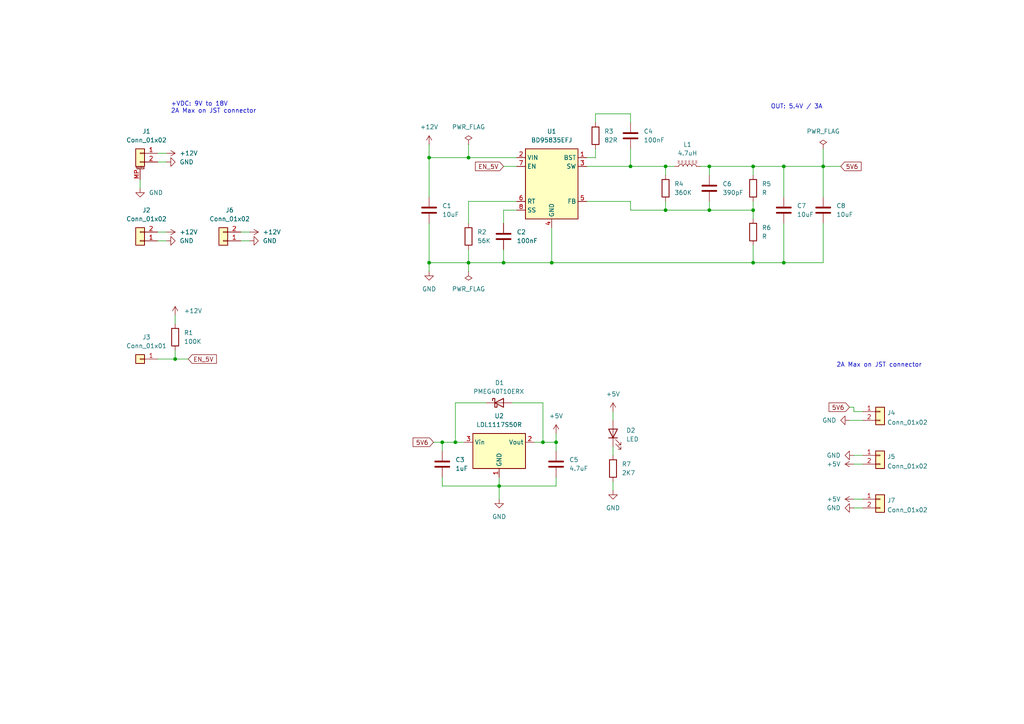
<source format=kicad_sch>
(kicad_sch (version 20211123) (generator eeschema)
  (paper "A4")
  (title_block (title "mod_buck_bd95835") (date "2021-12-07") (rev "v1.0") (company "Antoine163"))
  (lib_symbols
    (symbol "AM163:BD95835EFJ"
      (property "Reference" "U" (at 0 13.97 0))
      (property "Value" "BD95835EFJ" (at 0 11.43 0))
      (symbol "BD95835EFJ_0_1"
        (rectangle (start 7.62 10.16) (end -7.62 -10.16) (stroke (width 0.254)) (fill (type background)))
      )
      (symbol "BD95835EFJ_1_1"
        (pin input line (at 10.16 7.62 180) (length 2.54) (name "BST") (number "1"))
        (pin power_in line (at -10.16 7.62 0) (length 2.54) (name "VIN") (number "2"))
        (pin output line (at 10.16 5.08 180) (length 2.54) (name "SW") (number "3"))
        (pin power_in line (at 0 -12.7 90) (length 2.54) (name "GND") (number "4"))
        (pin input line (at 10.16 -5.08 180) (length 2.54) (name "FB") (number "5"))
        (pin input line (at -10.16 -5.08 0) (length 2.54) (name "RT") (number "6"))
        (pin input line (at -10.16 5.08 0) (length 2.54) (name "EN") (number "7"))
        (pin input line (at -10.16 -7.62 0) (length 2.54) (name "SS") (number "8"))
        (pin power_in line (at 0 -12.7 90) (length 2.54) hide (name "GND") (number "9"))
      )
    )
    (symbol "AM163:LDL1117S50R"
      (property "Reference" "U" (at -7.62 6.35 0))
      (property "Value" "LDL1117S50R" (at -3.81 6.35 0))
      (symbol "LDL1117S50R_0_1"
        (rectangle (start -7.62 5.08) (end 7.62 -5.08) (stroke (width 0.254)) (fill (type background)))
      )
      (symbol "LDL1117S50R_1_1"
        (pin power_in line (at 0 -7.62 90) (length 2.54) (name "GND") (number "1"))
        (pin power_out line (at 10.16 2.54 180) (length 2.54) (name "Vout") (number "2"))
        (pin power_in line (at -10.16 2.54 0) (length 2.54) (name "Vin") (number "3"))
      )
    )
    (symbol "Connector_Generic:Conn_01x01" (pin_names (offset 1.016) hide)
      (property "Reference" "J" (at 0 2.54 0))
      (property "Value" "Conn_01x01" (at 0 -2.54 0))
      (symbol "Conn_01x01_1_1"
        (rectangle (start -1.27 0.127) (end 0 -0.127) (stroke (width 0.1524)))
        (rectangle (start -1.27 1.27) (end 1.27 -1.27) (stroke (width 0.254)) (fill (type background)))
        (pin passive line (at -5.08 0 0) (length 3.81) (name "Pin_1") (number "1"))
      )
    )
    (symbol "Connector_Generic:Conn_01x02" (pin_names (offset 1.016) hide)
      (property "Reference" "J" (at 0 2.54 0))
      (property "Value" "Conn_01x02" (at 0 -5.08 0))
      (symbol "Conn_01x02_1_1"
        (rectangle (start -1.27 -2.413) (end 0 -2.667) (stroke (width 0.1524)))
        (rectangle (start -1.27 0.127) (end 0 -0.127) (stroke (width 0.1524)))
        (rectangle (start -1.27 1.27) (end 1.27 -3.81) (stroke (width 0.254)) (fill (type background)))
        (pin passive line (at -5.08 0 0) (length 3.81) (name "Pin_1") (number "1"))
        (pin passive line (at -5.08 -2.54 0) (length 3.81) (name "Pin_2") (number "2"))
      )
    )
    (symbol "Connector_Generic_MountingPin:Conn_01x02_MountingPin" (pin_names (offset 1.016) hide)
      (property "Reference" "J" (at 0 2.54 0))
      (property "Value" "Conn_01x02_MountingPin" (at 1.27 -5.08 0))
      (symbol "Conn_01x02_MountingPin_1_1"
        (rectangle (start -1.27 -2.413) (end 0 -2.667) (stroke (width 0.1524)))
        (rectangle (start -1.27 0.127) (end 0 -0.127) (stroke (width 0.1524)))
        (rectangle (start -1.27 1.27) (end 1.27 -3.81) (stroke (width 0.254)) (fill (type background)))
        (polyline (pts (xy -1.016 -4.572) (xy 1.016 -4.572)) (stroke (width 0.1524)))
        (text "Mounting" (at 0 -4.191 0) (effects (font (size 0.381 0.381))))
        (pin passive line (at -5.08 0 0) (length 3.81) (name "Pin_1") (number "1"))
        (pin passive line (at -5.08 -2.54 0) (length 3.81) (name "Pin_2") (number "2"))
        (pin passive line (at 0 -7.62 90) (length 3.048) (name "MountPin") (number "MP"))
      )
    )
    (symbol "Device:C" (pin_numbers hide) (pin_names (offset 0.254))
      (property "Reference" "C" (at 0.635 2.54 0))
      (property "Value" "C" (at 0.635 -2.54 0))
      (symbol "C_0_1"
        (polyline (pts (xy -2.032 -0.762) (xy 2.032 -0.762)) (stroke (width 0.508)))
        (polyline (pts (xy -2.032 0.762) (xy 2.032 0.762)) (stroke (width 0.508)))
      )
      (symbol "C_1_1"
        (pin passive line (at 0 3.81 270) (length 2.794) (name "~") (number "1"))
        (pin passive line (at 0 -3.81 90) (length 2.794) (name "~") (number "2"))
      )
    )
    (symbol "Device:D_Schottky" (pin_numbers hide) (pin_names (offset 1.016) hide)
      (property "Reference" "D" (at 0 2.54 0))
      (property "Value" "D_Schottky" (at 0 -2.54 0))
      (symbol "D_Schottky_0_1"
        (polyline (pts (xy 1.27 0) (xy -1.27 0)))
        (polyline (pts (xy 1.27 1.27) (xy 1.27 -1.27) (xy -1.27 0) (xy 1.27 1.27)) (stroke (width 0.254)))
        (polyline (pts (xy -1.905 0.635) (xy -1.905 1.27) (xy -1.27 1.27) (xy -1.27 -1.27) (xy -0.635 -1.27) (xy -0.635 -0.635)) (stroke (width 0.254)))
      )
      (symbol "D_Schottky_1_1"
        (pin passive line (at -3.81 0 0) (length 2.54) (name "K") (number "1"))
        (pin passive line (at 3.81 0 180) (length 2.54) (name "A") (number "2"))
      )
    )
    (symbol "Device:LED" (pin_numbers hide) (pin_names (offset 1.016) hide)
      (property "Reference" "D" (at 0 2.54 0))
      (property "Value" "LED" (at 0 -2.54 0))
      (symbol "LED_0_1"
        (polyline (pts (xy -1.27 -1.27) (xy -1.27 1.27)) (stroke (width 0.254)))
        (polyline (pts (xy -1.27 0) (xy 1.27 0)))
        (polyline (pts (xy 1.27 -1.27) (xy 1.27 1.27) (xy -1.27 0) (xy 1.27 -1.27)) (stroke (width 0.254)))
        (polyline (pts (xy -3.048 -0.762) (xy -4.572 -2.286) (xy -3.81 -2.286) (xy -4.572 -2.286) (xy -4.572 -1.524)))
        (polyline (pts (xy -1.778 -0.762) (xy -3.302 -2.286) (xy -2.54 -2.286) (xy -3.302 -2.286) (xy -3.302 -1.524)))
      )
      (symbol "LED_1_1"
        (pin passive line (at -3.81 0 0) (length 2.54) (name "K") (number "1"))
        (pin passive line (at 3.81 0 180) (length 2.54) (name "A") (number "2"))
      )
    )
    (symbol "Device:L_Ferrite" (pin_numbers hide) (pin_names (offset 1.016) hide)
      (property "Reference" "L" (at -1.27 0 90))
      (property "Value" "L_Ferrite" (at 2.794 0 90))
      (symbol "L_Ferrite_0_1"
        (arc (start 0 -2.54) (mid 0.635 -1.905) (end 0 -1.27))
        (arc (start 0 -1.27) (mid 0.635 -0.635) (end 0 0))
        (polyline (pts (xy 1.016 -2.794) (xy 1.016 -2.286)))
        (polyline (pts (xy 1.016 -1.778) (xy 1.016 -1.27)))
        (polyline (pts (xy 1.016 -0.762) (xy 1.016 -0.254)))
        (polyline (pts (xy 1.016 0.254) (xy 1.016 0.762)))
        (polyline (pts (xy 1.016 1.27) (xy 1.016 1.778)))
        (polyline (pts (xy 1.016 2.286) (xy 1.016 2.794)))
        (polyline (pts (xy 1.524 -2.286) (xy 1.524 -2.794)))
        (polyline (pts (xy 1.524 -1.27) (xy 1.524 -1.778)))
        (polyline (pts (xy 1.524 -0.254) (xy 1.524 -0.762)))
        (polyline (pts (xy 1.524 0.762) (xy 1.524 0.254)))
        (polyline (pts (xy 1.524 1.778) (xy 1.524 1.27)))
        (polyline (pts (xy 1.524 2.794) (xy 1.524 2.286)))
        (arc (start 0 0) (mid 0.635 0.635) (end 0 1.27))
        (arc (start 0 1.27) (mid 0.635 1.905) (end 0 2.54))
      )
      (symbol "L_Ferrite_1_1"
        (pin passive line (at 0 3.81 270) (length 1.27) (name "1") (number "1"))
        (pin passive line (at 0 -3.81 90) (length 1.27) (name "2") (number "2"))
      )
    )
    (symbol "Device:R" (pin_numbers hide) (pin_names (offset 0))
      (property "Reference" "R" (at 2.032 0 90))
      (property "Value" "R" (at 0 0 90))
      (symbol "R_0_1"
        (rectangle (start -1.016 -2.54) (end 1.016 2.54) (stroke (width 0.254)))
      )
      (symbol "R_1_1"
        (pin passive line (at 0 3.81 270) (length 1.27) (name "~") (number "1"))
        (pin passive line (at 0 -3.81 90) (length 1.27) (name "~") (number "2"))
      )
    )
    (symbol "power:+12V" (power) (pin_names (offset 0))
      (property "Value" "+12V" (at 0 3.556 0))
      (symbol "+12V_0_1"
        (polyline (pts (xy -0.762 1.27) (xy 0 2.54)))
        (polyline (pts (xy 0 0) (xy 0 2.54)))
        (polyline (pts (xy 0 2.54) (xy 0.762 1.27)))
      )
      (symbol "+12V_1_1"
        (pin power_in line (at 0 0 90) (length 0) hide (name "+12V") (number "1"))
      )
    )
    (symbol "power:+5V" (power) (pin_names (offset 0))
      (property "Value" "+5V" (at 0 3.556 0))
      (symbol "+5V_0_1"
        (polyline (pts (xy -0.762 1.27) (xy 0 2.54)))
        (polyline (pts (xy 0 0) (xy 0 2.54)))
        (polyline (pts (xy 0 2.54) (xy 0.762 1.27)))
      )
      (symbol "+5V_1_1"
        (pin power_in line (at 0 0 90) (length 0) hide (name "+5V") (number "1"))
      )
    )
    (symbol "power:GND" (power) (pin_names (offset 0))
      (property "Value" "GND" (at 0 -3.81 0))
      (symbol "GND_0_1"
        (polyline (pts (xy 0 0) (xy 0 -1.27) (xy 1.27 -1.27) (xy 0 -2.54) (xy -1.27 -1.27) (xy 0 -1.27)))
      )
      (symbol "GND_1_1"
        (pin power_in line (at 0 0 270) (length 0) hide (name "GND") (number "1"))
      )
    )
    (symbol "power:PWR_FLAG" (power) (pin_numbers hide) (pin_names (offset 0) hide)
      (property "Value" "PWR_FLAG" (at 0 3.81 0))
      (symbol "PWR_FLAG_0_0"
        (pin power_out line (at 0 0 90) (length 0) (name "pwr") (number "1"))
      )
      (symbol "PWR_FLAG_0_1"
        (polyline (pts (xy 0 0) (xy 0 1.27) (xy -1.016 1.905) (xy 0 2.54) (xy 1.016 1.905) (xy 0 1.27)))
      )
    )
  )
  (junction (at 132.08 128.27))
  (junction (at 161.29 128.27))
  (junction (at 157.48 128.27))
  (junction (at 205.74 60.96))
  (junction (at 146.05 76.2))
  (junction (at 227.33 76.2))
  (junction (at 218.44 76.2))
  (junction (at 50.8 104.14))
  (junction (at 144.78 140.97))
  (junction (at 128.27 128.27))
  (junction (at 238.76 48.26))
  (junction (at 218.44 48.26))
  (junction (at 135.89 76.2))
  (junction (at 218.44 60.96))
  (junction (at 182.88 48.26))
  (junction (at 193.04 60.96))
  (junction (at 124.46 76.2))
  (junction (at 124.46 45.72))
  (junction (at 205.74 48.26))
  (junction (at 160.02 76.2))
  (junction (at 227.33 48.26))
  (junction (at 193.04 48.26))
  (junction (at 135.89 45.72))
  (wire (pts (xy 140.97 116.84) (xy 132.08 116.84)))
  (wire (pts (xy 132.08 116.84) (xy 132.08 128.27)))
  (wire (pts (xy 50.8 91.44) (xy 50.8 93.98)))
  (wire (pts (xy 135.89 76.2) (xy 135.89 78.74)))
  (wire (pts (xy 45.72 69.85) (xy 48.26 69.85)))
  (wire (pts (xy 50.8 104.14) (xy 54.61 104.14)))
  (wire (pts (xy 45.72 104.14) (xy 50.8 104.14)))
  (wire (pts (xy 227.33 48.26) (xy 238.76 48.26)))
  (wire (pts (xy 149.86 58.42) (xy 135.89 58.42)))
  (wire (pts (xy 135.89 58.42) (xy 135.89 64.77)))
  (wire (pts (xy 227.33 57.15) (xy 227.33 48.26)))
  (wire (pts (xy 203.2 48.26) (xy 205.74 48.26)))
  (wire (pts (xy 205.74 48.26) (xy 218.44 48.26)))
  (wire (pts (xy 218.44 48.26) (xy 227.33 48.26)))
  (wire (pts (xy 124.46 76.2) (xy 124.46 78.74)))
  (wire (pts (xy 172.72 45.72) (xy 172.72 43.18)))
  (wire (pts (xy 170.18 45.72) (xy 172.72 45.72)))
  (wire (pts (xy 124.46 64.77) (xy 124.46 76.2)))
  (wire (pts (xy 172.72 33.02) (xy 182.88 33.02)))
  (wire (pts (xy 182.88 33.02) (xy 182.88 35.56)))
  (wire (pts (xy 172.72 35.56) (xy 172.72 33.02)))
  (wire (pts (xy 238.76 48.26) (xy 243.84 48.26)))
  (wire (pts (xy 45.72 44.45) (xy 48.26 44.45)))
  (wire (pts (xy 161.29 125.73) (xy 161.29 128.27)))
  (wire (pts (xy 161.29 128.27) (xy 161.29 130.81)))
  (wire (pts (xy 247.65 132.08) (xy 250.19 132.08)))
  (wire (pts (xy 250.19 119.38) (xy 247.65 119.38)))
  (wire (pts (xy 247.65 118.11) (xy 246.38 118.11)))
  (wire (pts (xy 247.65 119.38) (xy 247.65 118.11)))
  (wire (pts (xy 182.88 48.26) (xy 193.04 48.26)))
  (wire (pts (xy 193.04 48.26) (xy 195.58 48.26)))
  (wire (pts (xy 170.18 48.26) (xy 182.88 48.26)))
  (wire (pts (xy 69.85 67.31) (xy 72.39 67.31)))
  (wire (pts (xy 247.65 147.32) (xy 250.19 147.32)))
  (wire (pts (xy 227.33 64.77) (xy 227.33 76.2)))
  (wire (pts (xy 157.48 116.84) (xy 157.48 128.27)))
  (wire (pts (xy 148.59 116.84) (xy 157.48 116.84)))
  (wire (pts (xy 182.88 43.18) (xy 182.88 48.26)))
  (wire (pts (xy 124.46 76.2) (xy 135.89 76.2)))
  (wire (pts (xy 135.89 41.91) (xy 135.89 45.72)))
  (wire (pts (xy 218.44 48.26) (xy 218.44 50.8)))
  (wire (pts (xy 161.29 138.43) (xy 161.29 140.97)))
  (wire (pts (xy 161.29 140.97) (xy 144.78 140.97)))
  (wire (pts (xy 144.78 140.97) (xy 144.78 138.43)))
  (wire (pts (xy 40.64 52.07) (xy 40.64 54.61)))
  (wire (pts (xy 238.76 43.18) (xy 238.76 48.26)))
  (wire (pts (xy 205.74 48.26) (xy 205.74 50.8)))
  (wire (pts (xy 160.02 76.2) (xy 218.44 76.2)))
  (wire (pts (xy 218.44 76.2) (xy 227.33 76.2)))
  (wire (pts (xy 227.33 76.2) (xy 238.76 76.2)))
  (wire (pts (xy 238.76 76.2) (xy 238.76 64.77)))
  (wire (pts (xy 144.78 140.97) (xy 128.27 140.97)))
  (wire (pts (xy 128.27 140.97) (xy 128.27 138.43)))
  (wire (pts (xy 177.8 139.7) (xy 177.8 142.24)))
  (wire (pts (xy 50.8 101.6) (xy 50.8 104.14)))
  (wire (pts (xy 177.8 129.54) (xy 177.8 132.08)))
  (wire (pts (xy 144.78 140.97) (xy 144.78 144.78)))
  (wire (pts (xy 218.44 71.12) (xy 218.44 76.2)))
  (wire (pts (xy 160.02 66.04) (xy 160.02 76.2)))
  (wire (pts (xy 146.05 76.2) (xy 160.02 76.2)))
  (wire (pts (xy 193.04 48.26) (xy 193.04 50.8)))
  (wire (pts (xy 218.44 58.42) (xy 218.44 60.96)))
  (wire (pts (xy 218.44 60.96) (xy 218.44 63.5)))
  (wire (pts (xy 146.05 72.39) (xy 146.05 76.2)))
  (wire (pts (xy 69.85 69.85) (xy 72.39 69.85)))
  (wire (pts (xy 135.89 45.72) (xy 149.86 45.72)))
  (wire (pts (xy 124.46 45.72) (xy 135.89 45.72)))
  (wire (pts (xy 149.86 60.96) (xy 146.05 60.96)))
  (wire (pts (xy 146.05 60.96) (xy 146.05 64.77)))
  (wire (pts (xy 134.62 128.27) (xy 132.08 128.27)))
  (wire (pts (xy 132.08 128.27) (xy 128.27 128.27)))
  (wire (pts (xy 128.27 128.27) (xy 128.27 130.81)))
  (wire (pts (xy 182.88 58.42) (xy 182.88 60.96)))
  (wire (pts (xy 170.18 58.42) (xy 182.88 58.42)))
  (wire (pts (xy 182.88 60.96) (xy 193.04 60.96)))
  (wire (pts (xy 45.72 46.99) (xy 48.26 46.99)))
  (wire (pts (xy 124.46 45.72) (xy 124.46 57.15)))
  (wire (pts (xy 125.73 128.27) (xy 128.27 128.27)))
  (wire (pts (xy 154.94 128.27) (xy 157.48 128.27)))
  (wire (pts (xy 157.48 128.27) (xy 161.29 128.27)))
  (wire (pts (xy 238.76 48.26) (xy 238.76 57.15)))
  (wire (pts (xy 247.65 144.78) (xy 250.19 144.78)))
  (wire (pts (xy 193.04 60.96) (xy 193.04 58.42)))
  (wire (pts (xy 205.74 60.96) (xy 193.04 60.96)))
  (wire (pts (xy 205.74 58.42) (xy 205.74 60.96)))
  (wire (pts (xy 247.65 134.62) (xy 250.19 134.62)))
  (wire (pts (xy 205.74 60.96) (xy 218.44 60.96)))
  (wire (pts (xy 135.89 76.2) (xy 146.05 76.2)))
  (wire (pts (xy 45.72 67.31) (xy 48.26 67.31)))
  (wire (pts (xy 177.8 119.38) (xy 177.8 121.92)))
  (wire (pts (xy 135.89 72.39) (xy 135.89 76.2)))
  (wire (pts (xy 146.05 48.26) (xy 149.86 48.26)))
  (wire (pts (xy 124.46 41.91) (xy 124.46 45.72)))
  (wire (pts (xy 246.38 121.92) (xy 250.19 121.92)))
  (text "OUT: 5.4V / 3A" (at 223.52 31.75 0) (effects (font (size 1.27 1.27)) (justify left bottom)))
  (text "2A Max on JST connector" (at 242.57 106.68 0) (effects (font (size 1.27 1.27)) (justify left bottom)))
  (text "+VDC: 9V to 18V\n2A Max on JST connector" (at 49.53 33.02 0) (effects (font (size 1.27 1.27)) (justify left bottom)))
  (global_label "5V6" (shape input) (at 246.38 118.11 180) (property "Intersheet References" "${INTERSHEET_REFS}" (effects hide)))
  (global_label "EN_5V" (shape input) (at 146.05 48.26 180) (property "Intersheet References" "${INTERSHEET_REFS}" (effects hide)))
  (global_label "5V6" (shape input) (at 125.73 128.27 180) (property "Intersheet References" "${INTERSHEET_REFS}" (effects hide)))
  (global_label "5V6" (shape input) (at 243.84 48.26 0) (property "Intersheet References" "${INTERSHEET_REFS}" (effects hide)))
  (global_label "EN_5V" (shape input) (at 54.61 104.14 0) (property "Intersheet References" "${INTERSHEET_REFS}" (effects hide)))
  (symbol (lib_id "Connector_Generic:Conn_01x01") (at 40.64 104.14 180) (unit 1)
    (property "Reference" "J3" (at 42.4815 97.79 0))
    (property "Value" "Conn_01x01" (at 42.4815 100.33 0))
    (property "Footprint" "Connector_PinHeader_2.54mm:PinHeader_1x01_P2.54mm_Vertical" (effects hide))
  )
  (symbol (lib_id "power:GND") (at 48.26 69.85 90) (unit 1)
    (property "Reference" "#PWR0110" (effects hide))
    (property "Value" "GND" (at 52.07 69.8499 90) (effects (justify right)))
  )
  (symbol (lib_id "AM163:LDL1117S50R") (at 144.78 130.81 0) (unit 1)
    (property "Reference" "U2" (at 144.78 120.65 0))
    (property "Value" "LDL1117S50R" (at 144.78 123.19 0))
    (property "Footprint" "Package_TO_SOT_SMD:SOT-223-3_TabPin2" (effects hide))
    (property "Datasheet" "https://www.st.com/resource/en/datasheet/ldl1117.pdf" (effects hide))
  )
  (symbol (lib_id "Device:R") (at 218.44 67.31 0) (unit 1)
    (property "Reference" "R6" (at 220.98 66.0399 0) (effects (justify left)))
    (property "Value" "R" (at 220.98 68.5799 0) (effects (justify left)))
    (property "Footprint" "Resistor_SMD:R_0402_1005Metric_Pad0.72x0.64mm_HandSolder" (effects hide))
  )
  (symbol (lib_id "Device:C") (at 146.05 68.58 0) (unit 1)
    (property "Reference" "C2" (at 149.86 67.3099 0) (effects (justify left)))
    (property "Value" "100nF" (at 149.86 69.8499 0) (effects (justify left)))
    (property "Footprint" "Capacitor_SMD:C_0402_1005Metric_Pad0.74x0.62mm_HandSolder" (effects hide))
  )
  (symbol (lib_id "power:GND") (at 72.39 69.85 90) (unit 1)
    (property "Reference" "#PWR0109" (effects hide))
    (property "Value" "GND" (at 76.2 69.8499 90) (effects (justify right)))
  )
  (symbol (lib_id "Device:C") (at 128.27 134.62 0) (unit 1)
    (property "Reference" "C3" (at 132.08 133.3499 0) (effects (justify left)))
    (property "Value" "1uF" (at 132.08 135.8899 0) (effects (justify left)))
    (property "Footprint" "Capacitor_SMD:C_0603_1608Metric_Pad1.08x0.95mm_HandSolder" (effects hide))
  )
  (symbol (lib_id "power:+5V") (at 247.65 134.62 90) (unit 1)
    (property "Reference" "#PWR012" (effects hide))
    (property "Value" "+5V" (at 243.84 134.6199 90) (effects (justify left)))
  )
  (symbol (lib_id "Device:L_Ferrite") (at 199.39 48.26 90) (unit 1)
    (property "Reference" "L1" (at 199.39 41.91 90))
    (property "Value" "4.7uH" (at 199.39 44.45 90))
    (property "Footprint" "AM163:L_TDK_VLS6045AF_Handsoldering" (effects hide))
    (property "Datasheet" "https://product.tdk.com/system/files/dam/doc/product/inductor/inductor/smd/catalog/inductor_commercial_power_vls6045af_en.pdf" (effects hide))
    (property "Vendor" "TDK:VLS6045AF-4R7M" (effects hide))
  )
  (symbol (lib_id "power:PWR_FLAG") (at 238.76 43.18 0) (unit 1)
    (property "Reference" "#FLG03" (effects hide))
    (property "Value" "PWR_FLAG" (at 238.76 38.1 0))
  )
  (symbol (lib_id "Device:D_Schottky") (at 144.78 116.84 0) (unit 1)
    (property "Reference" "D1" (at 144.8816 111.0234 0))
    (property "Value" "PMEG40T10ERX" (at 144.653 113.5634 0))
    (property "Footprint" "Diode_SMD:Nexperia_CFP3_SOD-123W" (effects hide))
    (property "Datasheet" "https://assets.nexperia.com/documents/data-sheet/PMEG40T10ER.pdf" (effects hide))
    (property "Vendor" "Nexperia:PMEG40T10ERX" (effects hide))
  )
  (symbol (lib_id "Connector_Generic:Conn_01x02") (at 64.77 69.85 180) (unit 1)
    (property "Reference" "J6" (at 66.6115 60.96 0))
    (property "Value" "Conn_01x02" (at 66.6115 63.5 0))
    (property "Footprint" "Connector_PinHeader_2.54mm:PinHeader_1x02_P2.54mm_Vertical" (effects hide))
  )
  (symbol (lib_id "power:+12V") (at 48.26 67.31 270) (unit 1)
    (property "Reference" "#PWR0101" (effects hide))
    (property "Value" "+12V" (at 52.07 67.3099 90) (effects (justify left)))
  )
  (symbol (lib_id "Device:C") (at 124.46 60.96 0) (unit 1)
    (property "Reference" "C1" (at 128.27 59.6899 0) (effects (justify left)))
    (property "Value" "10uF" (at 128.27 62.2299 0) (effects (justify left)))
    (property "Footprint" "Capacitor_SMD:C_0805_2012Metric_Pad1.18x1.45mm_HandSolder" (effects hide))
  )
  (symbol (lib_id "Connector_Generic:Conn_01x02") (at 255.27 119.38 0) (unit 1)
    (property "Reference" "J4" (at 257.302 119.7415 0) (effects (justify left)))
    (property "Value" "Conn_01x02" (at 257.302 122.5166 0) (effects (justify left)))
    (property "Footprint" "Connector_JST:JST_PH_B2B-PH-K_1x02_P2.00mm_Vertical" (effects hide))
    (property "Datasheet" "https://www.jst.fr/core/file.get?path=doc/jst/family/pdf/ePH.pdf" (effects hide))
    (property "Vendor" "JST:B2B-PH-K-S" (effects hide))
  )
  (symbol (lib_id "power:GND") (at 40.64 54.61 0) (mirror y) (unit 1)
    (property "Reference" "#PWR0108" (effects hide))
    (property "Value" "GND" (at 43.18 55.8799 0) (effects (justify right)))
  )
  (symbol (lib_id "power:+5V") (at 247.65 144.78 90) (unit 1)
    (property "Reference" "#PWR0112" (effects hide))
    (property "Value" "+5V" (at 243.84 144.7799 90) (effects (justify left)))
  )
  (symbol (lib_id "Device:C") (at 182.88 39.37 0) (unit 1)
    (property "Reference" "C4" (at 186.69 38.0999 0) (effects (justify left)))
    (property "Value" "100nF" (at 186.69 40.6399 0) (effects (justify left)))
    (property "Footprint" "Capacitor_SMD:C_0402_1005Metric_Pad0.74x0.62mm_HandSolder" (effects hide))
  )
  (symbol (lib_id "power:+5V") (at 177.8 119.38 0) (unit 1)
    (property "Reference" "#PWR0105" (effects hide))
    (property "Value" "+5V" (at 177.8 114.3 0))
  )
  (symbol (lib_id "AM163:BD95835EFJ") (at 160.02 53.34 0) (unit 1)
    (property "Reference" "U1" (at 160.02 38.1 0))
    (property "Value" "BD95835EFJ" (at 160.02 40.64 0))
    (property "Footprint" "Package_SO:HTSOP-8-1EP_3.9x4.9mm_P1.27mm_EP2.4x3.2mm_ThermalVias" (effects hide))
    (property "Datasheet" "https://www.farnell.com/datasheets/1813092.pdf" (effects hide))
  )
  (symbol (lib_id "power:+12V") (at 72.39 67.31 270) (unit 1)
    (property "Reference" "#PWR0111" (effects hide))
    (property "Value" "+12V" (at 76.2 67.3099 90) (effects (justify left)))
  )
  (symbol (lib_id "power:+12V") (at 48.26 44.45 270) (mirror x) (unit 1)
    (property "Reference" "#PWR0103" (effects hide))
    (property "Value" "+12V" (at 52.07 44.4501 90) (effects (justify left)))
  )
  (symbol (lib_id "Device:LED") (at 177.8 125.73 90) (unit 1)
    (property "Reference" "D2" (at 181.61 124.8409 90) (effects (justify right)))
    (property "Value" "LED" (at 181.61 127.3809 90) (effects (justify right)))
    (property "Footprint" "LED_SMD:LED_0603_1608Metric_Pad1.05x0.95mm_HandSolder" (effects hide))
    (property "Datasheet" "https://www.we-online.com/catalog/datasheet/150060SS75000.pdf" (effects hide))
    (property "Vendor" "Wurth:150060SS75000" (effects hide))
  )
  (symbol (lib_id "Device:C") (at 227.33 60.96 0) (unit 1)
    (property "Reference" "C7" (at 231.14 59.6899 0) (effects (justify left)))
    (property "Value" "10uF" (at 231.14 62.2299 0) (effects (justify left)))
    (property "Footprint" "Capacitor_SMD:C_0805_2012Metric_Pad1.18x1.45mm_HandSolder" (effects hide))
  )
  (symbol (lib_id "Connector_Generic:Conn_01x02") (at 255.27 144.78 0) (unit 1)
    (property "Reference" "J7" (at 257.302 145.1415 0) (effects (justify left)))
    (property "Value" "Conn_01x02" (at 257.302 147.9166 0) (effects (justify left)))
    (property "Footprint" "Connector_JST:JST_PH_B2B-PH-K_1x02_P2.00mm_Vertical" (effects hide))
    (property "Datasheet" "https://www.jst.fr/core/file.get?path=doc/jst/family/pdf/ePH.pdf" (effects hide))
    (property "Vendor" "JST:B2B-PH-K-S" (effects hide))
  )
  (symbol (lib_id "power:GND") (at 124.46 78.74 0) (unit 1)
    (property "Reference" "#PWR06" (effects hide))
    (property "Value" "GND" (at 124.46 83.82 0))
  )
  (symbol (lib_id "power:+5V") (at 161.29 125.73 0) (unit 1)
    (property "Reference" "#PWR08" (effects hide))
    (property "Value" "+5V" (at 161.29 120.65 0))
  )
  (symbol (lib_id "Device:C") (at 238.76 60.96 0) (unit 1)
    (property "Reference" "C8" (at 242.57 59.6899 0) (effects (justify left)))
    (property "Value" "10uF" (at 242.57 62.2299 0) (effects (justify left)))
    (property "Footprint" "Capacitor_SMD:C_0805_2012Metric_Pad1.18x1.45mm_HandSolder" (effects hide))
  )
  (symbol (lib_id "Device:R") (at 177.8 135.89 0) (unit 1)
    (property "Reference" "R7" (at 180.34 134.6199 0) (effects (justify left)))
    (property "Value" "2K7" (at 180.34 137.1599 0) (effects (justify left)))
    (property "Footprint" "Resistor_SMD:R_0402_1005Metric_Pad0.72x0.64mm_HandSolder" (effects hide))
  )
  (symbol (lib_id "Connector_Generic_MountingPin:Conn_01x02_MountingPin") (at 40.64 44.45 0) (mirror y) (unit 1)
    (property "Reference" "J1" (at 42.4815 38.1 0))
    (property "Value" "Conn_01x02" (at 42.4815 40.64 0))
    (property "Footprint" "Connector_JST:JST_PH_S2B-PH-SM4-TB_1x02-1MP_P2.00mm_Horizontal" (effects hide))
    (property "Datasheet" "https://www.jst.fr/core/file.get?path=doc/jst/family/pdf/ePH.pdf" (effects hide))
    (property "Vendor" "JST:B2B-PH-K-S" (effects hide))
  )
  (symbol (lib_id "Device:R") (at 193.04 54.61 180) (unit 1)
    (property "Reference" "R4" (at 195.58 53.3399 0) (effects (justify right)))
    (property "Value" "360K" (at 195.58 55.8799 0) (effects (justify right)))
    (property "Footprint" "Resistor_SMD:R_0402_1005Metric_Pad0.72x0.64mm_HandSolder" (effects hide))
  )
  (symbol (lib_id "power:+12V") (at 124.46 41.91 0) (unit 1)
    (property "Reference" "#PWR0102" (effects hide))
    (property "Value" "+12V" (at 124.46 36.83 0))
  )
  (symbol (lib_id "power:+12V") (at 50.8 91.44 0) (unit 1)
    (property "Reference" "#PWR0104" (effects hide))
    (property "Value" "+12V" (at 53.34 90.1699 0) (effects (justify left)))
  )
  (symbol (lib_id "Device:C") (at 161.29 134.62 0) (unit 1)
    (property "Reference" "C5" (at 165.1 133.3499 0) (effects (justify left)))
    (property "Value" "4.7uF" (at 165.1 135.8899 0) (effects (justify left)))
    (property "Footprint" "Capacitor_SMD:C_0805_2012Metric_Pad1.18x1.45mm_HandSolder" (effects hide))
  )
  (symbol (lib_id "power:GND") (at 48.26 46.99 90) (mirror x) (unit 1)
    (property "Reference" "#PWR0107" (effects hide))
    (property "Value" "GND" (at 52.07 46.9901 90) (effects (justify right)))
  )
  (symbol (lib_id "Device:R") (at 135.89 68.58 0) (unit 1)
    (property "Reference" "R2" (at 138.43 67.3099 0) (effects (justify left)))
    (property "Value" "56K" (at 138.43 69.8499 0) (effects (justify left)))
    (property "Footprint" "Resistor_SMD:R_0402_1005Metric_Pad0.72x0.64mm_HandSolder" (effects hide))
  )
  (symbol (lib_id "Device:R") (at 218.44 54.61 0) (unit 1)
    (property "Reference" "R5" (at 220.98 53.3399 0) (effects (justify left)))
    (property "Value" "R" (at 220.98 55.8799 0) (effects (justify left)))
    (property "Footprint" "Resistor_SMD:R_0402_1005Metric_Pad0.72x0.64mm_HandSolder" (effects hide))
  )
  (symbol (lib_id "Device:R") (at 172.72 39.37 180) (unit 1)
    (property "Reference" "R3" (at 175.26 38.0999 0) (effects (justify right)))
    (property "Value" "82R" (at 175.26 40.6399 0) (effects (justify right)))
    (property "Footprint" "Resistor_SMD:R_0402_1005Metric_Pad0.72x0.64mm_HandSolder" (effects hide))
  )
  (symbol (lib_id "power:GND") (at 177.8 142.24 0) (unit 1)
    (property "Reference" "#PWR0106" (effects hide))
    (property "Value" "GND" (at 177.8 147.32 0))
  )
  (symbol (lib_id "Device:R") (at 50.8 97.79 0) (unit 1)
    (property "Reference" "R1" (at 53.34 96.5199 0) (effects (justify left)))
    (property "Value" "100K" (at 53.34 99.0599 0) (effects (justify left)))
    (property "Footprint" "Resistor_SMD:R_0402_1005Metric_Pad0.72x0.64mm_HandSolder" (effects hide))
  )
  (symbol (lib_id "power:PWR_FLAG") (at 135.89 78.74 180) (unit 1)
    (property "Reference" "#FLG02" (effects hide))
    (property "Value" "PWR_FLAG" (at 135.89 83.82 0))
  )
  (symbol (lib_id "power:GND") (at 247.65 147.32 270) (unit 1)
    (property "Reference" "#PWR0113" (effects hide))
    (property "Value" "GND" (at 243.84 147.3199 90) (effects (justify right)))
  )
  (symbol (lib_id "power:PWR_FLAG") (at 135.89 41.91 0) (unit 1)
    (property "Reference" "#FLG01" (effects hide))
    (property "Value" "PWR_FLAG" (at 135.89 36.83 0))
  )
  (symbol (lib_id "Connector_Generic:Conn_01x02") (at 255.27 132.08 0) (unit 1)
    (property "Reference" "J5" (at 257.302 132.4415 0) (effects (justify left)))
    (property "Value" "Conn_01x02" (at 257.302 135.2166 0) (effects (justify left)))
    (property "Footprint" "Connector_PinHeader_2.54mm:PinHeader_1x02_P2.54mm_Vertical" (effects hide))
  )
  (symbol (lib_id "Connector_Generic:Conn_01x02") (at 40.64 69.85 180) (unit 1)
    (property "Reference" "J2" (at 42.4815 60.96 0))
    (property "Value" "Conn_01x02" (at 42.4815 63.5 0))
    (property "Footprint" "Connector_PinHeader_2.54mm:PinHeader_1x02_P2.54mm_Vertical" (effects hide))
  )
  (symbol (lib_id "Device:C") (at 205.74 54.61 0) (unit 1)
    (property "Reference" "C6" (at 209.55 53.3399 0) (effects (justify left)))
    (property "Value" "390pF" (at 209.55 55.8799 0) (effects (justify left)))
    (property "Footprint" "Capacitor_SMD:C_0402_1005Metric_Pad0.74x0.62mm_HandSolder" (effects hide))
  )
  (symbol (lib_id "power:GND") (at 144.78 144.78 0) (unit 1)
    (property "Reference" "#PWR07" (effects hide))
    (property "Value" "GND" (at 144.78 149.86 0))
  )
  (symbol (lib_id "power:GND") (at 247.65 132.08 270) (unit 1)
    (property "Reference" "#PWR013" (effects hide))
    (property "Value" "GND" (at 243.84 132.0799 90) (effects (justify right)))
  )
  (symbol (lib_id "power:GND") (at 246.38 121.92 270) (unit 1)
    (property "Reference" "#PWR011" (effects hide))
    (property "Value" "GND" (at 242.57 121.9199 90) (effects (justify right)))
  )
)
</source>
